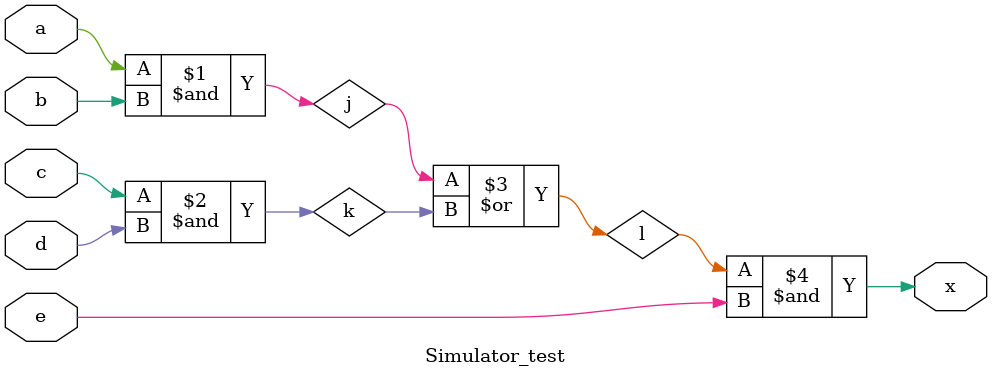
<source format=v>
module Simulator_test(
    input wire a,
    input wire b,
    input wire c,
    input wire d,
    input wire e,
    output wire x
);
    wire j, k, l;

    and a0 (j, a, b);  
    and a1 (k, c, d);  
    or  o0 (l, j, k);  
    and a3 (x, l, e);  

endmodule
</source>
